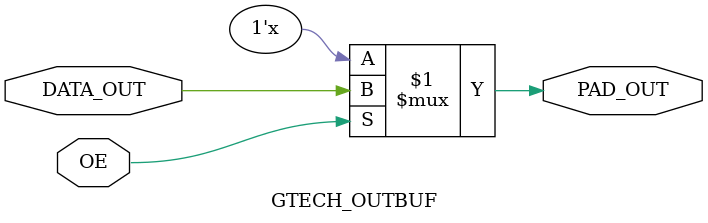
<source format=v>



module GTECH_OUTBUF (DATA_OUT, OE, PAD_OUT);  
	input DATA_OUT, OE;
	output PAD_OUT;

	bufif1 i1 (PAD_OUT, DATA_OUT, OE);

endmodule




</source>
